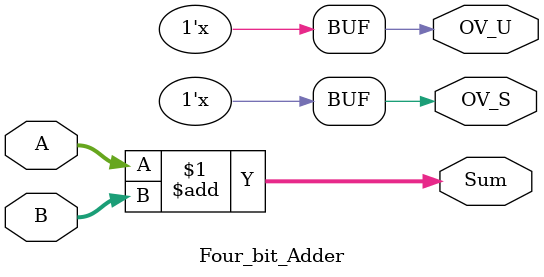
<source format=v>
`timescale 1ns / 1ps



module Four_bit_Adder(
    input [3:0] A,
    input [3:0] B,
    output [3:0] Sum,
    output OV_S,
    output OV_U
    );
    
    assign Sum = A + B;
    assign OV_S = ~((A[4]^ B[4]) & (A[4]^Sum[4]));
    assign OV_U = ~((A[4]^B[4]) & ~Sum[4]) | (A[4]&B[4]); 
    

    
    
endmodule

</source>
